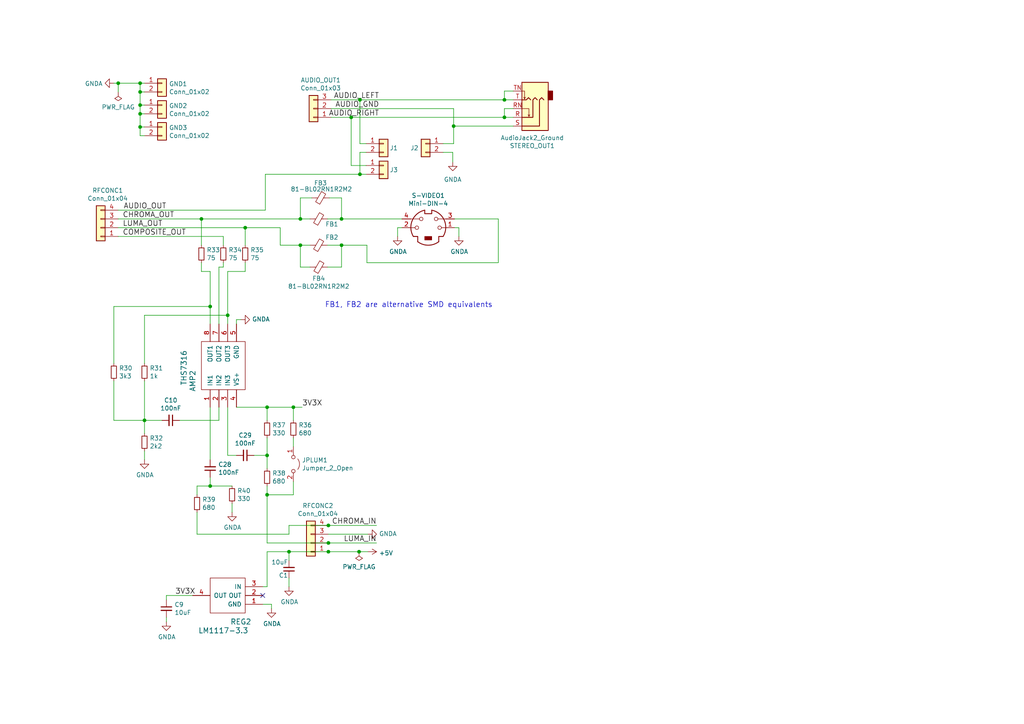
<source format=kicad_sch>
(kicad_sch (version 20211123) (generator eeschema)
  (paper "A4")
  (title_block (title "C64 RF Modulator Replacement") (date "2022-03-22") (rev "1.2") (company "c0pperdragon") (comment 1 "github.com/c0pperdragon/A-VideoBoard") (comment 2 "Based on:") (comment 3 "github.com/pmandes/C64-RF-Modulator") (comment 4 "S-Video / Stereo Audio mod:"))
  (lib_symbols
    (symbol "Connector:AudioJack3_SwitchTR"
      (property "Reference" "J" (at 0 8.89 0))
      (property "Value" "AudioJack3_SwitchTR" (at 0 6.35 0))
      (symbol "AudioJack3_SwitchTR_0_1"
        (rectangle (start -5.08 -5.08) (end -6.35 -7.62) (stroke (width 0.254)) (fill (type outline)))
        (polyline (pts (xy 0.508 -0.254) (xy 0.762 -0.762)))
        (polyline (pts (xy 1.778 -5.334) (xy 2.032 -5.842)))
        (polyline (pts (xy 0 -5.08) (xy 0.635 -5.715) (xy 1.27 -5.08) (xy 2.54 -5.08)) (stroke (width 0.254)))
        (polyline (pts (xy 2.54 -7.62) (xy 1.778 -7.62) (xy 1.778 -5.334) (xy 1.524 -5.842)))
        (polyline (pts (xy 2.54 -2.54) (xy 0.508 -2.54) (xy 0.508 -0.254) (xy 0.254 -0.762)))
        (polyline (pts (xy -1.905 -5.08) (xy -1.27 -5.715) (xy -0.635 -5.08) (xy -0.635 0) (xy 2.54 0)) (stroke (width 0.254)))
        (polyline (pts (xy 2.54 2.54) (xy -2.54 2.54) (xy -2.54 -5.08) (xy -3.175 -5.715) (xy -3.81 -5.08)) (stroke (width 0.254)))
        (rectangle (start 2.54 3.81) (end -5.08 -10.16) (stroke (width 0.254)) (fill (type background)))
      )
      (symbol "AudioJack3_SwitchTR_1_1"
        (pin passive line (at 5.08 0 180) (length 2.54) (name "~") (number "R"))
        (pin passive line (at 5.08 -2.54 180) (length 2.54) (name "~") (number "RN"))
        (pin passive line (at 5.08 2.54 180) (length 2.54) (name "~") (number "S"))
        (pin passive line (at 5.08 -5.08 180) (length 2.54) (name "~") (number "T"))
        (pin passive line (at 5.08 -7.62 180) (length 2.54) (name "~") (number "TN"))
      )
    )
    (symbol "Connector:Mini-DIN-4" (pin_names (offset 1.016))
      (property "Reference" "J" (at 0 6.35 0))
      (property "Value" "Mini-DIN-4" (at 0 -6.35 0))
      (symbol "Mini-DIN-4_0_1"
        (circle (center -3.302 0) (radius 0.508))
        (arc (start -3.048 -4.064) (mid 0 -5.08) (end 3.048 -4.064) (stroke (width 0.254)))
        (circle (center -2.032 2.54) (radius 0.508))
        (rectangle (start -1.016 -2.54) (end 1.016 -3.556) (fill (type outline)))
        (arc (start -1.016 5.08) (mid -4.6243 2.1182) (end -4.318 -2.54) (stroke (width 0.254)))
        (polyline (pts (xy -3.81 0) (xy -5.08 0)))
        (polyline (pts (xy -2.54 2.54) (xy -5.08 2.54)))
        (polyline (pts (xy 2.794 2.54) (xy 5.08 2.54)))
        (polyline (pts (xy 5.08 0) (xy 3.81 0)))
        (polyline (pts (xy -4.318 -2.54) (xy -3.048 -2.54) (xy -3.048 -4.064)) (stroke (width 0.254)))
        (polyline (pts (xy 4.318 -2.54) (xy 3.048 -2.54) (xy 3.048 -4.064)) (stroke (width 0.254)))
        (polyline (pts (xy -1.016 5.08) (xy -1.016 4.064) (xy 1.016 4.064) (xy 1.016 5.08)) (stroke (width 0.254)))
        (circle (center 2.286 2.54) (radius 0.508))
        (circle (center 3.302 0) (radius 0.508))
        (arc (start 4.318 -2.54) (mid 4.6646 2.1357) (end 1.016 5.08) (stroke (width 0.254)))
      )
      (symbol "Mini-DIN-4_1_1"
        (pin passive line (at 7.62 0 180) (length 2.54) (name "~") (number "1"))
        (pin passive line (at -7.62 0 0) (length 2.54) (name "~") (number "2"))
        (pin passive line (at 7.62 2.54 180) (length 2.54) (name "~") (number "3"))
        (pin passive line (at -7.62 2.54 0) (length 2.54) (name "~") (number "4"))
      )
    )
    (symbol "Connector_Generic:Conn_01x02" (pin_names (offset 1.016) hide)
      (property "Reference" "J" (at 0 2.54 0))
      (property "Value" "Conn_01x02" (at 0 -5.08 0))
      (symbol "Conn_01x02_1_1"
        (rectangle (start -1.27 -2.413) (end 0 -2.667) (stroke (width 0.1524)))
        (rectangle (start -1.27 0.127) (end 0 -0.127) (stroke (width 0.1524)))
        (rectangle (start -1.27 1.27) (end 1.27 -3.81) (stroke (width 0.254)) (fill (type background)))
        (pin passive line (at -5.08 0 0) (length 3.81) (name "Pin_1") (number "1"))
        (pin passive line (at -5.08 -2.54 0) (length 3.81) (name "Pin_2") (number "2"))
      )
    )
    (symbol "Connector_Generic:Conn_01x03" (pin_names (offset 1.016) hide)
      (property "Reference" "J" (at 0 5.08 0))
      (property "Value" "Conn_01x03" (at 0 -5.08 0))
      (symbol "Conn_01x03_1_1"
        (rectangle (start -1.27 -2.413) (end 0 -2.667) (stroke (width 0.1524)))
        (rectangle (start -1.27 0.127) (end 0 -0.127) (stroke (width 0.1524)))
        (rectangle (start -1.27 2.667) (end 0 2.413) (stroke (width 0.1524)))
        (rectangle (start -1.27 3.81) (end 1.27 -3.81) (stroke (width 0.254)) (fill (type background)))
        (pin passive line (at -5.08 2.54 0) (length 3.81) (name "Pin_1") (number "1"))
        (pin passive line (at -5.08 0 0) (length 3.81) (name "Pin_2") (number "2"))
        (pin passive line (at -5.08 -2.54 0) (length 3.81) (name "Pin_3") (number "3"))
      )
    )
    (symbol "Connector_Generic:Conn_01x04" (pin_names (offset 1.016) hide)
      (property "Reference" "J" (at 0 5.08 0))
      (property "Value" "Conn_01x04" (at 0 -7.62 0))
      (symbol "Conn_01x04_1_1"
        (rectangle (start -1.27 -4.953) (end 0 -5.207) (stroke (width 0.1524)))
        (rectangle (start -1.27 -2.413) (end 0 -2.667) (stroke (width 0.1524)))
        (rectangle (start -1.27 0.127) (end 0 -0.127) (stroke (width 0.1524)))
        (rectangle (start -1.27 2.667) (end 0 2.413) (stroke (width 0.1524)))
        (rectangle (start -1.27 3.81) (end 1.27 -6.35) (stroke (width 0.254)) (fill (type background)))
        (pin passive line (at -5.08 2.54 0) (length 3.81) (name "Pin_1") (number "1"))
        (pin passive line (at -5.08 0 0) (length 3.81) (name "Pin_2") (number "2"))
        (pin passive line (at -5.08 -2.54 0) (length 3.81) (name "Pin_3") (number "3"))
        (pin passive line (at -5.08 -5.08 0) (length 3.81) (name "Pin_4") (number "4"))
      )
    )
    (symbol "Device:C_Small" (pin_numbers hide) (pin_names (offset 0.254) hide)
      (property "Reference" "C" (at 0.254 1.778 0))
      (property "Value" "C_Small" (at 0.254 -2.032 0))
      (symbol "C_Small_0_1"
        (polyline (pts (xy -1.524 -0.508) (xy 1.524 -0.508)) (stroke (width 0.3302)))
        (polyline (pts (xy -1.524 0.508) (xy 1.524 0.508)) (stroke (width 0.3048)))
      )
      (symbol "C_Small_1_1"
        (pin passive line (at 0 2.54 270) (length 2.032) (name "~") (number "1"))
        (pin passive line (at 0 -2.54 90) (length 2.032) (name "~") (number "2"))
      )
    )
    (symbol "Device:FerriteBead_Small" (pin_numbers hide) (pin_names (offset 0))
      (property "Reference" "FB" (at 1.905 1.27 0))
      (property "Value" "FerriteBead_Small" (at 1.905 -1.27 0))
      (symbol "FerriteBead_Small_0_1"
        (polyline (pts (xy 0 -1.27) (xy 0 -0.7874)))
        (polyline (pts (xy 0 0.889) (xy 0 1.2954)))
        (polyline (pts (xy -1.8288 0.2794) (xy -1.1176 1.4986) (xy 1.8288 -0.2032) (xy 1.1176 -1.4224) (xy -1.8288 0.2794)))
      )
      (symbol "FerriteBead_Small_1_1"
        (pin passive line (at 0 2.54 270) (length 1.27) (name "~") (number "1"))
        (pin passive line (at 0 -2.54 90) (length 1.27) (name "~") (number "2"))
      )
    )
    (symbol "Device:R_Small" (pin_numbers hide) (pin_names (offset 0.254) hide)
      (property "Reference" "R" (at 0.762 0.508 0))
      (property "Value" "R_Small" (at 0.762 -1.016 0))
      (symbol "R_Small_0_1"
        (rectangle (start -0.762 1.778) (end 0.762 -1.778) (stroke (width 0.2032)))
      )
      (symbol "R_Small_1_1"
        (pin passive line (at 0 2.54 270) (length 0.762) (name "~") (number "1"))
        (pin passive line (at 0 -2.54 90) (length 0.762) (name "~") (number "2"))
      )
    )
    (symbol "Jumper:Jumper_2_Open" (pin_names (offset 0) hide)
      (property "Reference" "JP" (at 0 2.794 0))
      (property "Value" "Jumper_2_Open" (at 0 -2.286 0))
      (symbol "Jumper_2_Open_0_0"
        (circle (center -2.032 0) (radius 0.508))
        (circle (center 2.032 0) (radius 0.508))
      )
      (symbol "Jumper_2_Open_0_1"
        (arc (start 1.524 1.27) (mid 0 1.778) (end -1.524 1.27))
      )
      (symbol "Jumper_2_Open_1_1"
        (pin passive line (at -5.08 0 0) (length 2.54) (name "A") (number "1"))
        (pin passive line (at 5.08 0 180) (length 2.54) (name "B") (number "2"))
      )
    )
    (symbol "components:LM1117IMPX-3.3" (pin_names (offset 1.016))
      (property "Reference" "REG" (at -8.89 -1.27 0))
      (property "Value" "LM1117IMPX-3.3" (at -3.81 1.27 0))
      (symbol "LM1117IMPX-3.3_0_1"
        (rectangle (start 0 -3.81) (end -10.16 -13.97))
      )
      (symbol "LM1117IMPX-3.3_1_1"
        (pin power_in line (at -15.24 -6.35 0) (length 5.08) (name "GND") (number "1"))
        (pin power_out line (at -15.24 -8.89 0) (length 5.08) (name "OUT") (number "2"))
        (pin power_in line (at -15.24 -11.43 0) (length 5.08) (name "IN") (number "3"))
        (pin power_out line (at 5.08 -8.89 180) (length 5.08) (name "OUT") (number "4"))
      )
    )
    (symbol "components:THS7316" (pin_names (offset 1.016))
      (property "Reference" "U" (at -3.81 -2.54 0))
      (property "Value" "THS7316" (at 0 0 0))
      (symbol "THS7316_0_1"
        (rectangle (start -6.35 -5.08) (end 7.62 -17.78))
      )
      (symbol "THS7316_1_1"
        (pin input line (at -11.43 -7.62 0) (length 5.08) (name "IN1") (number "1"))
        (pin input line (at -11.43 -10.16 0) (length 5.08) (name "IN2") (number "2"))
        (pin input line (at -11.43 -12.7 0) (length 5.08) (name "IN3") (number "3"))
        (pin power_in line (at -11.43 -15.24 0) (length 5.08) (name "VS+") (number "4"))
        (pin power_in line (at 12.7 -15.24 180) (length 5.08) (name "GND") (number "5"))
        (pin output line (at 12.7 -12.7 180) (length 5.08) (name "OUT3") (number "6"))
        (pin output line (at 12.7 -10.16 180) (length 5.08) (name "OUT2") (number "7"))
        (pin output line (at 12.7 -7.62 180) (length 5.08) (name "OUT1") (number "8"))
      )
    )
    (symbol "power:+5V" (power) (pin_names (offset 0))
      (property "Value" "+5V" (at 0 3.556 0))
      (symbol "+5V_0_1"
        (polyline (pts (xy -0.762 1.27) (xy 0 2.54)))
        (polyline (pts (xy 0 0) (xy 0 2.54)))
        (polyline (pts (xy 0 2.54) (xy 0.762 1.27)))
      )
      (symbol "+5V_1_1"
        (pin power_in line (at 0 0 90) (length 0) hide (name "+5V") (number "1"))
      )
    )
    (symbol "power:GNDA" (power) (pin_names (offset 0))
      (property "Value" "GNDA" (at 0 -3.81 0))
      (symbol "GNDA_0_1"
        (polyline (pts (xy 0 0) (xy 0 -1.27) (xy 1.27 -1.27) (xy 0 -2.54) (xy -1.27 -1.27) (xy 0 -1.27)))
      )
      (symbol "GNDA_1_1"
        (pin power_in line (at 0 0 270) (length 0) hide (name "GNDA") (number "1"))
      )
    )
    (symbol "power:PWR_FLAG" (power) (pin_numbers hide) (pin_names (offset 0) hide)
      (property "Value" "PWR_FLAG" (at 0 3.81 0))
      (symbol "PWR_FLAG_0_0"
        (pin power_out line (at 0 0 90) (length 0) (name "pwr") (number "1"))
      )
      (symbol "PWR_FLAG_0_1"
        (polyline (pts (xy 0 0) (xy 0 1.27) (xy -1.016 1.905) (xy 0 2.54) (xy 1.016 1.905) (xy 0 1.27)))
      )
    )
  )
  (junction (at 40.64 33.02))
  (junction (at 104.394 50.546))
  (junction (at 83.82 160.02))
  (junction (at 101.854 34.036))
  (junction (at 58.42 63.5))
  (junction (at 77.47 118.11))
  (junction (at 60.96 88.9))
  (junction (at 104.14 160.02))
  (junction (at 40.64 36.83))
  (junction (at 131.572 36.576))
  (junction (at 41.91 121.92))
  (junction (at 87.122 63.5))
  (junction (at 77.47 143.51))
  (junction (at 66.04 91.44))
  (junction (at 99.06 63.5))
  (junction (at 95.25 157.48))
  (junction (at 104.394 28.956))
  (junction (at 40.64 24.13))
  (junction (at 60.96 140.97))
  (junction (at 40.64 30.48))
  (junction (at 146.304 28.956))
  (junction (at 95.25 160.02))
  (junction (at 77.47 132.08))
  (junction (at 71.12 66.04))
  (junction (at 146.304 34.036))
  (junction (at 40.64 26.67))
  (junction (at 85.09 118.11))
  (junction (at 95.25 152.4))
  (junction (at 34.29 24.13))
  (junction (at 87.122 71.12))
  (junction (at 99.06 71.12))
  (no_connect (at 76.2 172.72))
  (wire (pts (xy 78.74 175.26) (xy 78.74 176.53)))
  (wire (pts (xy 77.47 118.11) (xy 77.47 121.92)))
  (wire (pts (xy 60.96 88.9) (xy 60.96 93.98)))
  (wire (pts (xy 131.826 66.04) (xy 133.096 66.04)))
  (wire (pts (xy 148.844 34.036) (xy 146.304 34.036)))
  (wire (pts (xy 94.996 63.5) (xy 99.06 63.5)))
  (wire (pts (xy 68.58 92.71) (xy 69.85 92.71)))
  (wire (pts (xy 40.64 26.67) (xy 41.91 26.67)))
  (wire (pts (xy 40.64 24.13) (xy 40.64 26.67)))
  (wire (pts (xy 85.09 121.92) (xy 85.09 118.11)))
  (wire (pts (xy 83.82 167.64) (xy 83.82 170.18)))
  (wire (pts (xy 131.572 31.496) (xy 131.572 36.576)))
  (wire (pts (xy 34.29 68.58) (xy 64.77 68.58)))
  (wire (pts (xy 77.47 170.18) (xy 76.2 170.18)))
  (wire (pts (xy 144.526 76.2) (xy 144.526 63.5)))
  (wire (pts (xy 106.426 76.2) (xy 144.526 76.2)))
  (wire (pts (xy 99.06 71.12) (xy 106.426 71.12)))
  (wire (pts (xy 77.47 118.11) (xy 85.09 118.11)))
  (wire (pts (xy 41.91 125.73) (xy 41.91 121.92)))
  (wire (pts (xy 40.64 36.83) (xy 40.64 39.37)))
  (wire (pts (xy 52.07 121.92) (xy 63.5 121.92)))
  (wire (pts (xy 95.25 157.48) (xy 109.22 157.48)))
  (wire (pts (xy 99.06 63.5) (xy 116.586 63.5)))
  (wire (pts (xy 87.122 71.12) (xy 87.122 77.47)))
  (wire (pts (xy 87.122 63.5) (xy 89.916 63.5)))
  (wire (pts (xy 131.572 36.576) (xy 148.844 36.576)))
  (wire (pts (xy 63.5 77.47) (xy 63.5 93.98)))
  (wire (pts (xy 76.962 60.96) (xy 76.962 50.546)))
  (wire (pts (xy 83.82 160.02) (xy 95.25 160.02)))
  (wire (pts (xy 89.916 77.47) (xy 87.122 77.47)))
  (wire (pts (xy 131.318 44.196) (xy 131.318 46.99)))
  (wire (pts (xy 40.64 30.48) (xy 40.64 33.02)))
  (wire (pts (xy 48.26 179.07) (xy 48.26 180.34)))
  (wire (pts (xy 41.91 91.44) (xy 41.91 105.41)))
  (wire (pts (xy 131.572 41.656) (xy 128.524 41.656)))
  (wire (pts (xy 81.28 71.12) (xy 87.122 71.12)))
  (wire (pts (xy 40.64 33.02) (xy 41.91 33.02)))
  (wire (pts (xy 116.586 66.04) (xy 115.316 66.04)))
  (wire (pts (xy 104.394 41.656) (xy 104.394 28.956)))
  (wire (pts (xy 57.15 140.97) (xy 60.96 140.97)))
  (wire (pts (xy 67.31 146.05) (xy 67.31 148.59)))
  (wire (pts (xy 71.12 66.04) (xy 81.28 66.04)))
  (wire (pts (xy 57.15 148.59) (xy 57.15 154.94)))
  (wire (pts (xy 60.96 78.74) (xy 60.96 88.9)))
  (wire (pts (xy 41.91 121.92) (xy 46.99 121.92)))
  (wire (pts (xy 57.15 140.97) (xy 57.15 143.51)))
  (wire (pts (xy 87.122 63.5) (xy 87.122 57.404)))
  (wire (pts (xy 66.04 91.44) (xy 41.91 91.44)))
  (wire (pts (xy 63.5 121.92) (xy 63.5 118.11)))
  (wire (pts (xy 34.29 24.13) (xy 40.64 24.13)))
  (wire (pts (xy 41.91 133.35) (xy 41.91 130.81)))
  (wire (pts (xy 58.42 71.12) (xy 58.42 63.5)))
  (wire (pts (xy 99.06 57.404) (xy 95.504 57.404)))
  (wire (pts (xy 77.47 160.02) (xy 83.82 160.02)))
  (wire (pts (xy 95.25 154.94) (xy 106.68 154.94)))
  (wire (pts (xy 95.25 157.48) (xy 77.47 157.48)))
  (wire (pts (xy 104.14 160.02) (xy 106.68 160.02)))
  (wire (pts (xy 66.04 132.08) (xy 66.04 118.11)))
  (wire (pts (xy 40.64 36.83) (xy 41.91 36.83)))
  (wire (pts (xy 131.572 36.576) (xy 131.572 41.656)))
  (wire (pts (xy 68.58 132.08) (xy 66.04 132.08)))
  (wire (pts (xy 40.64 26.67) (xy 40.64 30.48)))
  (wire (pts (xy 63.5 77.47) (xy 64.77 77.47)))
  (wire (pts (xy 99.06 63.5) (xy 99.06 57.404)))
  (wire (pts (xy 131.826 63.5) (xy 144.526 63.5)))
  (wire (pts (xy 85.09 127) (xy 85.09 129.54)))
  (wire (pts (xy 146.304 26.416) (xy 146.304 28.956)))
  (wire (pts (xy 94.996 71.12) (xy 99.06 71.12)))
  (wire (pts (xy 34.29 63.5) (xy 58.42 63.5)))
  (wire (pts (xy 104.394 44.196) (xy 106.172 44.196)))
  (wire (pts (xy 101.854 34.036) (xy 146.304 34.036)))
  (wire (pts (xy 34.29 26.67) (xy 34.29 24.13)))
  (wire (pts (xy 148.844 31.496) (xy 146.304 31.496)))
  (wire (pts (xy 83.82 152.4) (xy 95.25 152.4)))
  (wire (pts (xy 66.04 93.98) (xy 66.04 91.44)))
  (wire (pts (xy 73.66 132.08) (xy 77.47 132.08)))
  (wire (pts (xy 41.91 121.92) (xy 41.91 110.49)))
  (wire (pts (xy 83.82 154.94) (xy 83.82 152.4)))
  (wire (pts (xy 81.28 66.04) (xy 81.28 71.12)))
  (wire (pts (xy 58.42 78.74) (xy 60.96 78.74)))
  (wire (pts (xy 34.29 66.04) (xy 71.12 66.04)))
  (wire (pts (xy 96.012 28.956) (xy 104.394 28.956)))
  (wire (pts (xy 33.02 88.9) (xy 60.96 88.9)))
  (wire (pts (xy 48.26 172.72) (xy 55.88 172.72)))
  (wire (pts (xy 40.64 39.37) (xy 41.91 39.37)))
  (wire (pts (xy 77.47 160.02) (xy 77.47 170.18)))
  (wire (pts (xy 48.26 172.72) (xy 48.26 173.99)))
  (wire (pts (xy 68.58 118.11) (xy 77.47 118.11)))
  (wire (pts (xy 95.25 160.02) (xy 104.14 160.02)))
  (wire (pts (xy 106.426 71.12) (xy 106.426 76.2)))
  (wire (pts (xy 40.64 30.48) (xy 41.91 30.48)))
  (wire (pts (xy 99.06 71.12) (xy 99.06 77.47)))
  (wire (pts (xy 104.394 50.546) (xy 104.394 44.196)))
  (wire (pts (xy 34.29 60.96) (xy 76.962 60.96)))
  (wire (pts (xy 68.58 93.98) (xy 68.58 92.71)))
  (wire (pts (xy 33.02 24.13) (xy 34.29 24.13)))
  (wire (pts (xy 57.15 154.94) (xy 83.82 154.94)))
  (wire (pts (xy 101.854 48.006) (xy 106.172 48.006)))
  (wire (pts (xy 58.42 63.5) (xy 87.122 63.5)))
  (wire (pts (xy 87.122 57.404) (xy 90.424 57.404)))
  (wire (pts (xy 67.31 140.97) (xy 60.96 140.97)))
  (wire (pts (xy 33.02 110.49) (xy 33.02 121.92)))
  (wire (pts (xy 40.64 24.13) (xy 41.91 24.13)))
  (wire (pts (xy 148.844 28.956) (xy 146.304 28.956)))
  (wire (pts (xy 66.04 91.44) (xy 66.04 78.74)))
  (wire (pts (xy 58.42 76.2) (xy 58.42 78.74)))
  (wire (pts (xy 64.77 77.47) (xy 64.77 76.2)))
  (wire (pts (xy 95.25 152.4) (xy 109.22 152.4)))
  (wire (pts (xy 77.47 143.51) (xy 77.47 157.48)))
  (wire (pts (xy 146.304 31.496) (xy 146.304 34.036)))
  (wire (pts (xy 71.12 66.04) (xy 71.12 71.12)))
  (wire (pts (xy 77.47 140.97) (xy 77.47 143.51)))
  (wire (pts (xy 60.96 138.43) (xy 60.96 140.97)))
  (wire (pts (xy 83.82 160.02) (xy 83.82 162.56)))
  (wire (pts (xy 96.012 34.036) (xy 101.854 34.036)))
  (wire (pts (xy 64.77 71.12) (xy 64.77 68.58)))
  (wire (pts (xy 33.02 88.9) (xy 33.02 105.41)))
  (wire (pts (xy 66.04 78.74) (xy 71.12 78.74)))
  (wire (pts (xy 71.12 78.74) (xy 71.12 76.2)))
  (wire (pts (xy 104.394 50.546) (xy 106.172 50.546)))
  (wire (pts (xy 76.962 50.546) (xy 104.394 50.546)))
  (wire (pts (xy 133.096 66.04) (xy 133.096 68.58)))
  (wire (pts (xy 77.47 135.89) (xy 77.47 132.08)))
  (wire (pts (xy 148.844 26.416) (xy 146.304 26.416)))
  (wire (pts (xy 96.012 31.496) (xy 131.572 31.496)))
  (wire (pts (xy 94.996 77.47) (xy 99.06 77.47)))
  (wire (pts (xy 76.2 175.26) (xy 78.74 175.26)))
  (wire (pts (xy 101.854 48.006) (xy 101.854 34.036)))
  (wire (pts (xy 77.47 143.51) (xy 85.09 143.51)))
  (wire (pts (xy 40.64 33.02) (xy 40.64 36.83)))
  (wire (pts (xy 60.96 133.35) (xy 60.96 118.11)))
  (wire (pts (xy 77.47 127) (xy 77.47 132.08)))
  (wire (pts (xy 104.394 28.956) (xy 146.304 28.956)))
  (wire (pts (xy 85.09 118.11) (xy 87.63 118.11)))
  (wire (pts (xy 85.09 143.51) (xy 85.09 139.7)))
  (wire (pts (xy 115.316 66.04) (xy 115.316 68.58)))
  (wire (pts (xy 128.524 44.196) (xy 131.318 44.196)))
  (wire (pts (xy 33.02 121.92) (xy 41.91 121.92)))
  (wire (pts (xy 87.122 71.12) (xy 89.916 71.12)))
  (wire (pts (xy 106.172 41.656) (xy 104.394 41.656)))
  (text "FB1, FB2 are alternative SMD equivalents" (at 94.234 89.408 0) (effects (font (size 1.524 1.524)) (justify left bottom)))
  (label "LUMA_OUT" (at 35.56 66.04 0) (effects (font (size 1.524 1.524))))
  (label "AUDIO_OUT" (at 35.814 60.96 0) (effects (font (size 1.524 1.524))))
  (label "AUDIO_GND" (at 109.982 31.496 180) (effects (font (size 1.524 1.524))))
  (label "3V3X" (at 50.8 172.72 0) (effects (font (size 1.524 1.524))))
  (label "CHROMA_OUT" (at 35.56 63.5 0) (effects (font (size 1.524 1.524))))
  (label "3V3X" (at 87.63 118.11 0) (effects (font (size 1.524 1.524))))
  (label "COMPOSITE_OUT" (at 35.56 68.58 0) (effects (font (size 1.524 1.524))))
  (label "LUMA_IN" (at 109.22 157.48 180) (effects (font (size 1.524 1.524))))
  (label "CHROMA_IN" (at 109.22 152.4 180) (effects (font (size 1.524 1.524))))
  (label "AUDIO_LEFT" (at 109.982 28.956 180) (effects (font (size 1.524 1.524))))
  (label "AUDIO_RIGHT" (at 109.982 34.036 180) (effects (font (size 1.524 1.524))))
  (symbol (lib_id "Device:C_Small") (at 83.82 165.1 180) (unit 1)
    (property "Reference" "C1" (at 83.566 166.878 0) (effects (justify left)))
    (property "Value" "10uF" (at 83.566 163.068 0) (effects (justify left)))
    (property "Footprint" "Capacitor_SMD:C_0805_2012Metric_Pad1.18x1.45mm_HandSolder" (effects hide))
  )
  (symbol (lib_id "power:PWR_FLAG") (at 34.29 26.67 180) (unit 1)
    (property "Reference" "#FLG01" (effects hide))
    (property "Value" "PWR_FLAG" (at 34.29 31.0642 0))
  )
  (symbol (lib_id "Connector_Generic:Conn_01x04") (at 29.21 66.04 180) (unit 1)
    (property "Reference" "RFCONC1" (at 31.242 55.245 0))
    (property "Value" "Conn_01x04" (at 31.242 57.5564 0))
    (property "Footprint" "Connector_PinHeader_2.54mm:PinHeader_1x04_P2.54mm_Vertical" (effects hide))
  )
  (symbol (lib_id "Connector_Generic:Conn_01x04") (at 90.17 157.48 180) (unit 1)
    (property "Reference" "RFCONC2" (at 92.202 146.685 0))
    (property "Value" "Conn_01x04" (at 92.202 148.9964 0))
    (property "Footprint" "Connector_PinHeader_2.54mm:PinHeader_1x04_P2.54mm_Vertical" (effects hide))
  )
  (symbol (lib_id "power:GNDA") (at 106.68 154.94 90) (unit 1)
    (property "Reference" "#PWR02" (effects hide))
    (property "Value" "GNDA" (at 109.9312 154.813 90) (effects (justify right)))
  )
  (symbol (lib_id "power:GNDA") (at 33.02 24.13 270) (unit 1)
    (property "Reference" "#PWR0119" (effects hide))
    (property "Value" "GNDA" (at 29.7942 24.257 90) (effects (justify right)))
  )
  (symbol (lib_id "power:GNDA") (at 69.85 92.71 90) (unit 1)
    (property "Reference" "#PWR0120" (effects hide))
    (property "Value" "GNDA" (at 73.1012 92.583 90) (effects (justify right)))
  )
  (symbol (lib_id "power:GNDA") (at 41.91 133.35 0) (unit 1)
    (property "Reference" "#PWR0121" (effects hide))
    (property "Value" "GNDA" (at 42.037 137.7442 0))
  )
  (symbol (lib_id "power:GNDA") (at 67.31 148.59 0) (unit 1)
    (property "Reference" "#PWR0122" (effects hide))
    (property "Value" "GNDA" (at 67.437 152.9842 0))
  )
  (symbol (lib_id "power:GNDA") (at 48.26 180.34 0) (unit 1)
    (property "Reference" "#PWR0123" (effects hide))
    (property "Value" "GNDA" (at 48.387 184.7342 0))
  )
  (symbol (lib_id "power:GNDA") (at 78.74 176.53 0) (unit 1)
    (property "Reference" "#PWR0124" (effects hide))
    (property "Value" "GNDA" (at 78.867 180.9242 0))
  )
  (symbol (lib_id "power:GNDA") (at 83.82 170.18 0) (unit 1)
    (property "Reference" "#PWR0125" (effects hide))
    (property "Value" "GNDA" (at 83.947 174.5742 0))
  )
  (symbol (lib_id "Device:R_Small") (at 77.47 138.43 0) (unit 1)
    (property "Reference" "R38" (at 78.9686 137.2616 0) (effects (justify left)))
    (property "Value" "680" (at 78.9686 139.573 0) (effects (justify left)))
    (property "Footprint" "Resistor_SMD:R_0805_2012Metric_Pad1.15x1.40mm_HandSolder" (effects hide))
  )
  (symbol (lib_id "Device:R_Small") (at 77.47 124.46 0) (unit 1)
    (property "Reference" "R37" (at 78.9686 123.2916 0) (effects (justify left)))
    (property "Value" "330" (at 78.9686 125.603 0) (effects (justify left)))
    (property "Footprint" "Resistor_SMD:R_0805_2012Metric_Pad1.15x1.40mm_HandSolder" (effects hide))
  )
  (symbol (lib_id "components:LM1117IMPX-3.3") (at 60.96 181.61 180) (unit 1)
    (property "Reference" "REG2" (at 69.85 180.34 0) (effects (font (size 1.524 1.524))))
    (property "Value" "LM1117-3.3" (at 64.77 182.88 0) (effects (font (size 1.524 1.524))))
    (property "Footprint" "Package_TO_SOT_SMD:SOT-223" (effects hide))
  )
  (symbol (lib_id "Device:C_Small") (at 48.26 176.53 0) (unit 1)
    (property "Reference" "C9" (at 50.5968 175.3616 0) (effects (justify left)))
    (property "Value" "10uF" (at 50.5968 177.673 0) (effects (justify left)))
    (property "Footprint" "Capacitor_SMD:C_0805_2012Metric_Pad1.18x1.45mm_HandSolder" (effects hide))
  )
  (symbol (lib_id "components:THS7316") (at 53.34 106.68 90) (unit 1)
    (property "Reference" "AMP2" (at 55.88 110.49 0) (effects (font (size 1.524 1.524))))
    (property "Value" "THS7316" (at 53.34 106.68 0) (effects (font (size 1.524 1.524))))
    (property "Footprint" "Package_SO:SSOP-8_3.95x5.21x3.27mm_P1.27mm" (effects hide))
  )
  (symbol (lib_id "Device:R_Small") (at 85.09 124.46 0) (unit 1)
    (property "Reference" "R36" (at 86.5886 123.2916 0) (effects (justify left)))
    (property "Value" "680" (at 86.5886 125.603 0) (effects (justify left)))
    (property "Footprint" "Resistor_SMD:R_0805_2012Metric_Pad1.15x1.40mm_HandSolder" (effects hide))
  )
  (symbol (lib_id "Jumper:Jumper_2_Open") (at 85.09 134.62 270) (unit 1)
    (property "Reference" "JPLUM1" (at 87.5792 133.4516 90) (effects (justify left)))
    (property "Value" "Jumper_2_Open" (at 87.5792 135.763 90) (effects (justify left)))
    (property "Footprint" "Jumper:SolderJumper-2_P1.3mm_Open_RoundedPad1.0x1.5mm" (effects hide))
  )
  (symbol (lib_id "Device:C_Small") (at 71.12 132.08 270) (unit 1)
    (property "Reference" "C29" (at 71.12 126.2634 90))
    (property "Value" "100nF" (at 71.12 128.5748 90))
    (property "Footprint" "Capacitor_SMD:C_0805_2012Metric_Pad1.18x1.45mm_HandSolder" (effects hide))
  )
  (symbol (lib_id "Device:C_Small") (at 60.96 135.89 180) (unit 1)
    (property "Reference" "C28" (at 63.2968 134.7216 0) (effects (justify right)))
    (property "Value" "100nF" (at 63.2968 137.033 0) (effects (justify right)))
    (property "Footprint" "Capacitor_SMD:C_0805_2012Metric_Pad1.18x1.45mm_HandSolder" (effects hide))
  )
  (symbol (lib_id "Device:R_Small") (at 71.12 73.66 0) (unit 1)
    (property "Reference" "R35" (at 72.6186 72.4916 0) (effects (justify left)))
    (property "Value" "75" (at 72.6186 74.803 0) (effects (justify left)))
    (property "Footprint" "Resistor_SMD:R_0805_2012Metric_Pad1.15x1.40mm_HandSolder" (effects hide))
  )
  (symbol (lib_id "Device:R_Small") (at 64.77 73.66 180) (unit 1)
    (property "Reference" "R34" (at 66.2686 72.4916 0) (effects (justify right)))
    (property "Value" "75" (at 66.2686 74.803 0) (effects (justify right)))
    (property "Footprint" "Resistor_SMD:R_0805_2012Metric_Pad1.15x1.40mm_HandSolder" (effects hide))
  )
  (symbol (lib_id "Device:R_Small") (at 58.42 73.66 0) (unit 1)
    (property "Reference" "R33" (at 59.9186 72.4916 0) (effects (justify left)))
    (property "Value" "75" (at 59.9186 74.803 0) (effects (justify left)))
    (property "Footprint" "Resistor_SMD:R_0805_2012Metric_Pad1.15x1.40mm_HandSolder" (effects hide))
  )
  (symbol (lib_id "Device:R_Small") (at 67.31 143.51 0) (unit 1)
    (property "Reference" "R40" (at 68.8086 142.3416 0) (effects (justify left)))
    (property "Value" "330" (at 68.8086 144.653 0) (effects (justify left)))
    (property "Footprint" "Resistor_SMD:R_0805_2012Metric_Pad1.15x1.40mm_HandSolder" (effects hide))
  )
  (symbol (lib_id "Device:R_Small") (at 57.15 146.05 180) (unit 1)
    (property "Reference" "R39" (at 58.6486 144.8816 0) (effects (justify right)))
    (property "Value" "680" (at 58.6486 147.193 0) (effects (justify right)))
    (property "Footprint" "Resistor_SMD:R_0805_2012Metric_Pad1.15x1.40mm_HandSolder" (effects hide))
  )
  (symbol (lib_id "Device:R_Small") (at 33.02 107.95 180) (unit 1)
    (property "Reference" "R30" (at 34.5186 106.7816 0) (effects (justify right)))
    (property "Value" "3k3" (at 34.5186 109.093 0) (effects (justify right)))
    (property "Footprint" "Resistor_SMD:R_0805_2012Metric_Pad1.15x1.40mm_HandSolder" (effects hide))
  )
  (symbol (lib_id "Device:R_Small") (at 41.91 107.95 0) (unit 1)
    (property "Reference" "R31" (at 43.4086 106.7816 0) (effects (justify left)))
    (property "Value" "1k" (at 43.4086 109.093 0) (effects (justify left)))
    (property "Footprint" "Resistor_SMD:R_0805_2012Metric_Pad1.15x1.40mm_HandSolder" (effects hide))
  )
  (symbol (lib_id "Device:R_Small") (at 41.91 128.27 0) (unit 1)
    (property "Reference" "R32" (at 43.4086 127.1016 0) (effects (justify left)))
    (property "Value" "2k2" (at 43.4086 129.413 0) (effects (justify left)))
    (property "Footprint" "Resistor_SMD:R_0805_2012Metric_Pad1.15x1.40mm_HandSolder" (effects hide))
  )
  (symbol (lib_id "Device:C_Small") (at 49.53 121.92 270) (unit 1)
    (property "Reference" "C10" (at 49.53 116.1034 90))
    (property "Value" "100nF" (at 49.53 118.4148 90))
    (property "Footprint" "Capacitor_SMD:C_0805_2012Metric_Pad1.18x1.45mm_HandSolder" (effects hide))
  )
  (symbol (lib_id "Connector:Mini-DIN-4") (at 124.206 66.04 0) (unit 1)
    (property "Reference" "S-VIDEO1" (at 124.206 56.7182 0))
    (property "Value" "Mini-DIN-4" (at 124.206 59.0296 0))
    (property "Footprint" "footprints:TE_5749181-1" (effects hide))
    (property "Datasheet" "http://service.powerdynamics.com/ec/Catalog17/Section%2011.pdf" (effects hide))
  )
  (symbol (lib_id "power:GNDA") (at 133.096 68.58 0) (unit 1)
    (property "Reference" "#PWR0101" (effects hide))
    (property "Value" "GNDA" (at 133.223 72.9742 0))
  )
  (symbol (lib_id "Connector_Generic:Conn_01x03") (at 90.932 31.496 180) (unit 1)
    (property "Reference" "AUDIO_OUT1" (at 93.0148 23.241 0))
    (property "Value" "Conn_01x03" (at 93.0148 25.5524 0))
    (property "Footprint" "Connector_PinHeader_2.54mm:PinHeader_1x03_P2.54mm_Horizontal" (effects hide))
  )
  (symbol (lib_id "power:GNDA") (at 115.316 68.58 0) (unit 1)
    (property "Reference" "#PWR0102" (effects hide))
    (property "Value" "GNDA" (at 115.443 72.9742 0))
  )
  (symbol (lib_id "Connector:AudioJack3_SwitchTR") (at 153.924 34.036 180) (unit 1)
    (property "Reference" "STEREO_OUT1" (at 154.3812 42.291 0))
    (property "Value" "AudioJack2_Ground" (at 154.3812 39.9796 0))
    (property "Footprint" "Connector_Audio:Jack_3.5mm_Ledino_KB3SPRS_Horizontal" (effects hide))
  )
  (symbol (lib_id "Connector_Generic:Conn_01x02") (at 46.99 24.13 0) (unit 1)
    (property "Reference" "GND1" (at 49.022 24.3332 0) (effects (justify left)))
    (property "Value" "Conn_01x02" (at 49.022 26.6446 0) (effects (justify left)))
    (property "Footprint" "Connector_PinHeader_2.54mm:PinHeader_1x02_P2.54mm_Vertical" (effects hide))
  )
  (symbol (lib_id "Connector_Generic:Conn_01x02") (at 46.99 30.48 0) (unit 1)
    (property "Reference" "GND2" (at 49.022 30.6832 0) (effects (justify left)))
    (property "Value" "Conn_01x02" (at 49.022 32.9946 0) (effects (justify left)))
    (property "Footprint" "Connector_PinHeader_2.54mm:PinHeader_1x02_P2.54mm_Vertical" (effects hide))
  )
  (symbol (lib_id "Connector_Generic:Conn_01x02") (at 46.99 36.83 0) (unit 1)
    (property "Reference" "GND3" (at 49.022 37.0332 0) (effects (justify left)))
    (property "Value" "Conn_01x02" (at 49.022 39.3446 0) (effects (justify left)))
    (property "Footprint" "Connector_PinHeader_2.54mm:PinHeader_1x02_P2.54mm_Vertical" (effects hide))
  )
  (symbol (lib_id "power:PWR_FLAG") (at 104.14 160.02 180) (unit 1)
    (property "Reference" "#FLG0101" (effects hide))
    (property "Value" "PWR_FLAG" (at 104.14 164.4142 0))
  )
  (symbol (lib_id "power:+5V") (at 106.68 160.02 270) (unit 1)
    (property "Reference" "#PWR0103" (effects hide))
    (property "Value" "+5V" (at 109.9312 160.401 90) (effects (justify left)))
  )
  (symbol (lib_id "power:GNDA") (at 131.318 46.99 0) (unit 1)
    (property "Reference" "#PWR0104" (effects hide))
    (property "Value" "GNDA" (at 131.318 52.07 0))
  )
  (symbol (lib_id "Device:FerriteBead_Small") (at 92.456 63.5 90) (unit 1)
    (property "Reference" "FB1" (at 96.266 65.024 90))
    (property "Value" "Ferrite Bead" (effects hide))
    (property "Footprint" "Inductor_SMD:L_0805_2012Metric_Pad1.15x1.40mm_HandSolder" (effects hide))
  )
  (symbol (lib_id "Device:FerriteBead_Small") (at 92.456 77.47 270) (unit 1)
    (property "Reference" "FB4" (at 92.456 80.772 90))
    (property "Value" "81-BL02RN1R2M2" (at 92.456 83.058 90))
    (property "Footprint" "Resistor_THT:R_Axial_DIN0207_L6.3mm_D2.5mm_P7.62mm_Horizontal" (effects hide))
  )
  (symbol (lib_id "Connector_Generic:Conn_01x02") (at 111.252 48.006 0) (unit 1)
    (property "Reference" "J3" (at 113.03 49.276 0) (effects (justify left)))
    (property "Value" "Conn_01x02" (effects hide))
    (property "Footprint" "Connector_PinHeader_2.00mm:PinHeader_1x02_P2.00mm_Vertical" (effects hide))
  )
  (symbol (lib_id "Connector_Generic:Conn_01x02") (at 123.444 41.656 0) (mirror y) (unit 1)
    (property "Reference" "J2" (at 121.412 42.926 0) (effects (justify left)))
    (property "Value" "Conn_01x02" (effects hide))
    (property "Footprint" "Connector_PinHeader_2.00mm:PinHeader_1x02_P2.00mm_Vertical" (effects hide))
  )
  (symbol (lib_id "Device:FerriteBead_Small") (at 92.964 57.404 270) (unit 1)
    (property "Reference" "FB3" (at 92.964 53.086 90))
    (property "Value" "81-BL02RN1R2M2" (at 93.218 54.864 90))
    (property "Footprint" "Resistor_THT:R_Axial_DIN0207_L6.3mm_D2.5mm_P7.62mm_Horizontal" (effects hide))
  )
  (symbol (lib_id "Device:FerriteBead_Small") (at 92.456 71.12 90) (unit 1)
    (property "Reference" "FB2" (at 96.266 68.834 90))
    (property "Value" "Ferrite Bead" (effects hide))
    (property "Footprint" "Inductor_SMD:L_0805_2012Metric_Pad1.15x1.40mm_HandSolder" (effects hide))
  )
  (symbol (lib_id "Connector_Generic:Conn_01x02") (at 111.252 41.656 0) (unit 1)
    (property "Reference" "J1" (at 113.03 42.926 0) (effects (justify left)))
    (property "Value" "Conn_01x02" (effects hide))
    (property "Footprint" "Connector_PinHeader_2.00mm:PinHeader_1x02_P2.00mm_Vertical" (effects hide))
  )
)
</source>
